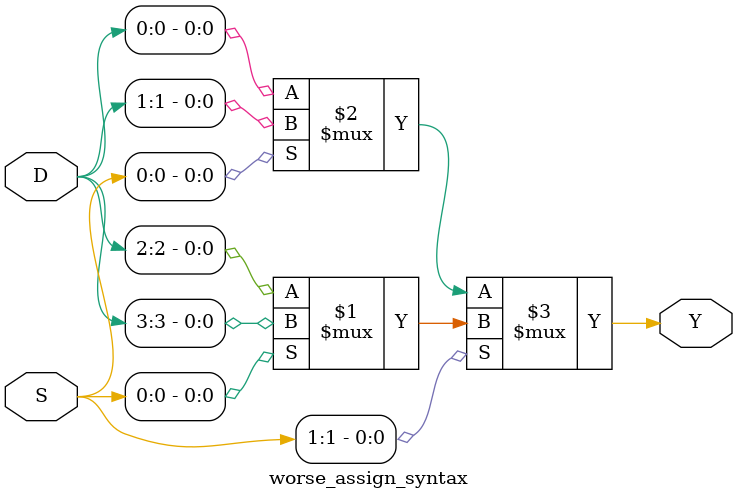
<source format=v>
`timescale 1ns / 1ps
module worse_assign_syntax(
    input [1:0] S,
    input [3:0] D,
    output Y
    );

assign Y = S[1] ? (S[0] ? D[3] : D[2]) : 	// looking at bits in binary tree is harder to see
                  (S[0] ? D[1] : D[0]) ;
endmodule

</source>
